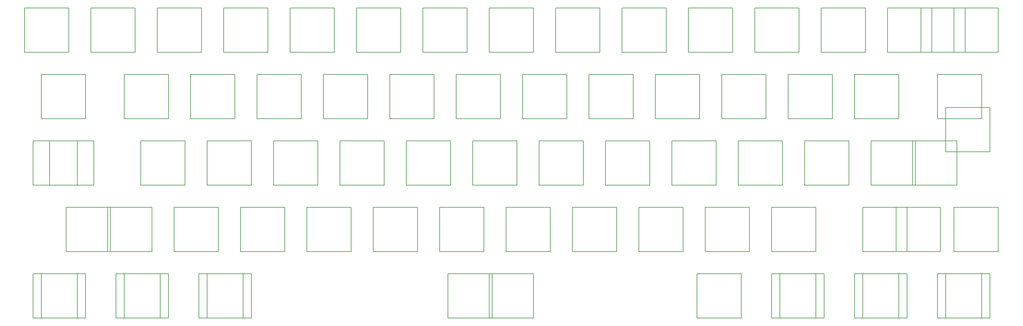
<source format=gbr>
%TF.GenerationSoftware,KiCad,Pcbnew,(6.0.7-1)-1*%
%TF.CreationDate,2022-08-16T17:16:20+02:00*%
%TF.ProjectId,plain60-flex-edition,706c6169-6e36-4302-9d66-6c65782d6564,rev?*%
%TF.SameCoordinates,Original*%
%TF.FileFunction,Other,Comment*%
%FSLAX46Y46*%
G04 Gerber Fmt 4.6, Leading zero omitted, Abs format (unit mm)*
G04 Created by KiCad (PCBNEW (6.0.7-1)-1) date 2022-08-16 17:16:20*
%MOMM*%
%LPD*%
G01*
G04 APERTURE LIST*
%ADD10C,0.152400*%
G04 APERTURE END LIST*
D10*
%TO.C,K14*%
X263525000Y-3175000D02*
X263525000Y-15875000D01*
X250825000Y-3175000D02*
X263525000Y-3175000D01*
X250825000Y-15875000D02*
X250825000Y-3175000D01*
X263525000Y-15875000D02*
X250825000Y-15875000D01*
%TO.C,K12*%
X212725000Y-15875000D02*
X212725000Y-3175000D01*
X225425000Y-15875000D02*
X212725000Y-15875000D01*
X225425000Y-3175000D02*
X225425000Y-15875000D01*
X212725000Y-3175000D02*
X225425000Y-3175000D01*
%TO.C,K19*%
X82550000Y-34925000D02*
X69850000Y-34925000D01*
X69850000Y-34925000D02*
X69850000Y-22225000D01*
X82550000Y-22225000D02*
X82550000Y-34925000D01*
X69850000Y-22225000D02*
X82550000Y-22225000D01*
%TO.C,K20*%
X101600000Y-34925000D02*
X88900000Y-34925000D01*
X88900000Y-34925000D02*
X88900000Y-22225000D01*
X88900000Y-22225000D02*
X101600000Y-22225000D01*
X101600000Y-22225000D02*
X101600000Y-34925000D01*
%TO.C,K23*%
X158750000Y-34925000D02*
X146050000Y-34925000D01*
X146050000Y-22225000D02*
X158750000Y-22225000D01*
X158750000Y-22225000D02*
X158750000Y-34925000D01*
X146050000Y-34925000D02*
X146050000Y-22225000D01*
%TO.C,K24*%
X177800000Y-34925000D02*
X165100000Y-34925000D01*
X177800000Y-22225000D02*
X177800000Y-34925000D01*
X165100000Y-34925000D02*
X165100000Y-22225000D01*
X165100000Y-22225000D02*
X177800000Y-22225000D01*
%TO.C,K17*%
X44450000Y-34925000D02*
X31750000Y-34925000D01*
X31750000Y-22225000D02*
X44450000Y-22225000D01*
X44450000Y-22225000D02*
X44450000Y-34925000D01*
X31750000Y-34925000D02*
X31750000Y-22225000D01*
%TO.C,K22*%
X127000000Y-22225000D02*
X139700000Y-22225000D01*
X139700000Y-34925000D02*
X127000000Y-34925000D01*
X139700000Y-22225000D02*
X139700000Y-34925000D01*
X127000000Y-34925000D02*
X127000000Y-22225000D01*
%TO.C,K21*%
X120650000Y-22225000D02*
X120650000Y-34925000D01*
X107950000Y-34925000D02*
X107950000Y-22225000D01*
X120650000Y-34925000D02*
X107950000Y-34925000D01*
X107950000Y-22225000D02*
X120650000Y-22225000D01*
%TO.C,K18*%
X50800000Y-34925000D02*
X50800000Y-22225000D01*
X50800000Y-22225000D02*
X63500000Y-22225000D01*
X63500000Y-22225000D02*
X63500000Y-34925000D01*
X63500000Y-34925000D02*
X50800000Y-34925000D01*
%TO.C,K16*%
X7937500Y-22225000D02*
X20637500Y-22225000D01*
X20637500Y-34925000D02*
X7937500Y-34925000D01*
X7937500Y-34925000D02*
X7937500Y-22225000D01*
X20637500Y-22225000D02*
X20637500Y-34925000D01*
%TO.C,K15*%
X260350000Y-15875000D02*
X260350000Y-3175000D01*
X273050000Y-3175000D02*
X273050000Y-15875000D01*
X260350000Y-3175000D02*
X273050000Y-3175000D01*
X273050000Y-15875000D02*
X260350000Y-15875000D01*
%TO.C,K8*%
X149225000Y-15875000D02*
X136525000Y-15875000D01*
X136525000Y-3175000D02*
X149225000Y-3175000D01*
X149225000Y-3175000D02*
X149225000Y-15875000D01*
X136525000Y-15875000D02*
X136525000Y-3175000D01*
%TO.C,K10*%
X174625000Y-15875000D02*
X174625000Y-3175000D01*
X187325000Y-15875000D02*
X174625000Y-15875000D01*
X174625000Y-3175000D02*
X187325000Y-3175000D01*
X187325000Y-3175000D02*
X187325000Y-15875000D01*
%TO.C,K5*%
X92075000Y-15875000D02*
X79375000Y-15875000D01*
X79375000Y-3175000D02*
X92075000Y-3175000D01*
X79375000Y-15875000D02*
X79375000Y-3175000D01*
X92075000Y-3175000D02*
X92075000Y-15875000D01*
%TO.C,K13*%
X244475000Y-15875000D02*
X231775000Y-15875000D01*
X231775000Y-3175000D02*
X244475000Y-3175000D01*
X231775000Y-15875000D02*
X231775000Y-3175000D01*
X244475000Y-3175000D02*
X244475000Y-15875000D01*
%TO.C,K11*%
X193675000Y-15875000D02*
X193675000Y-3175000D01*
X206375000Y-15875000D02*
X193675000Y-15875000D01*
X206375000Y-3175000D02*
X206375000Y-15875000D01*
X193675000Y-3175000D02*
X206375000Y-3175000D01*
%TO.C,K9*%
X168275000Y-3175000D02*
X168275000Y-15875000D01*
X155575000Y-15875000D02*
X155575000Y-3175000D01*
X155575000Y-3175000D02*
X168275000Y-3175000D01*
X168275000Y-15875000D02*
X155575000Y-15875000D01*
%TO.C,K7*%
X117475000Y-3175000D02*
X130175000Y-3175000D01*
X130175000Y-3175000D02*
X130175000Y-15875000D01*
X130175000Y-15875000D02*
X117475000Y-15875000D01*
X117475000Y-15875000D02*
X117475000Y-3175000D01*
%TO.C,K6*%
X98425000Y-15875000D02*
X98425000Y-3175000D01*
X98425000Y-3175000D02*
X111125000Y-3175000D01*
X111125000Y-3175000D02*
X111125000Y-15875000D01*
X111125000Y-15875000D02*
X98425000Y-15875000D01*
%TO.C,K4*%
X60325000Y-3175000D02*
X73025000Y-3175000D01*
X73025000Y-3175000D02*
X73025000Y-15875000D01*
X60325000Y-15875000D02*
X60325000Y-3175000D01*
X73025000Y-15875000D02*
X60325000Y-15875000D01*
%TO.C,K2*%
X34925000Y-3175000D02*
X34925000Y-15875000D01*
X22225000Y-15875000D02*
X22225000Y-3175000D01*
X22225000Y-3175000D02*
X34925000Y-3175000D01*
X34925000Y-15875000D02*
X22225000Y-15875000D01*
%TO.C,K1*%
X3175000Y-15875000D02*
X3175000Y-3175000D01*
X15875000Y-15875000D02*
X3175000Y-15875000D01*
X15875000Y-3175000D02*
X15875000Y-15875000D01*
X3175000Y-3175000D02*
X15875000Y-3175000D01*
%TO.C,K3*%
X53975000Y-3175000D02*
X53975000Y-15875000D01*
X41275000Y-3175000D02*
X53975000Y-3175000D01*
X53975000Y-15875000D02*
X41275000Y-15875000D01*
X41275000Y-15875000D02*
X41275000Y-3175000D01*
%TO.C,K62-1*%
X44450000Y-79375000D02*
X44450000Y-92075000D01*
X31750000Y-92075000D02*
X31750000Y-79375000D01*
X44450000Y-92075000D02*
X31750000Y-92075000D01*
X31750000Y-79375000D02*
X44450000Y-79375000D01*
%TO.C,K71*%
X196056250Y-79375000D02*
X208756250Y-79375000D01*
X208756250Y-92075000D02*
X196056250Y-92075000D01*
X208756250Y-79375000D02*
X208756250Y-92075000D01*
X196056250Y-92075000D02*
X196056250Y-79375000D01*
%TO.C,K53*%
X153987500Y-60325000D02*
X153987500Y-73025000D01*
X153987500Y-73025000D02*
X141287500Y-73025000D01*
X141287500Y-73025000D02*
X141287500Y-60325000D01*
X141287500Y-60325000D02*
X153987500Y-60325000D01*
%TO.C,K58-1*%
X243681460Y-73025056D02*
X243681460Y-60325056D01*
X243681460Y-60325056D02*
X256381460Y-60325056D01*
X256381460Y-60325056D02*
X256381460Y-73025056D01*
X256381460Y-73025056D02*
X243681460Y-73025056D01*
%TO.C,K57*%
X217487500Y-60325000D02*
X230187500Y-60325000D01*
X230187500Y-73025000D02*
X217487500Y-73025000D01*
X217487500Y-73025000D02*
X217487500Y-60325000D01*
X230187500Y-60325000D02*
X230187500Y-73025000D01*
%TO.C,K54*%
X173037500Y-73025000D02*
X160337500Y-73025000D01*
X173037500Y-60325000D02*
X173037500Y-73025000D01*
X160337500Y-73025000D02*
X160337500Y-60325000D01*
X160337500Y-60325000D02*
X173037500Y-60325000D01*
%TO.C,K56*%
X198437500Y-73025000D02*
X198437500Y-60325000D01*
X198437500Y-60325000D02*
X211137500Y-60325000D01*
X211137500Y-60325000D02*
X211137500Y-73025000D01*
X211137500Y-73025000D02*
X198437500Y-73025000D01*
%TO.C,K52*%
X134937500Y-60325000D02*
X134937500Y-73025000D01*
X134937500Y-73025000D02*
X122237500Y-73025000D01*
X122237500Y-60325000D02*
X134937500Y-60325000D01*
X122237500Y-73025000D02*
X122237500Y-60325000D01*
%TO.C,K55*%
X192087500Y-73025000D02*
X179387500Y-73025000D01*
X179387500Y-60325000D02*
X192087500Y-60325000D01*
X192087500Y-60325000D02*
X192087500Y-73025000D01*
X179387500Y-73025000D02*
X179387500Y-60325000D01*
%TO.C,K61-1*%
X20637500Y-92075000D02*
X7937500Y-92075000D01*
X7937500Y-79375000D02*
X20637500Y-79375000D01*
X7937500Y-92075000D02*
X7937500Y-79375000D01*
X20637500Y-79375000D02*
X20637500Y-92075000D01*
%TO.C,K15-1*%
X282575000Y-15875000D02*
X269875000Y-15875000D01*
X269875000Y-15875000D02*
X269875000Y-3175000D01*
X282575000Y-3175000D02*
X282575000Y-15875000D01*
X269875000Y-3175000D02*
X282575000Y-3175000D01*
%TO.C,K74*%
X280193750Y-92075072D02*
X267493750Y-92075072D01*
X267493750Y-92075072D02*
X267493750Y-79375072D01*
X267493750Y-79375072D02*
X280193750Y-79375072D01*
X280193750Y-79375072D02*
X280193750Y-92075072D01*
%TO.C,K73*%
X243681250Y-92075000D02*
X243681250Y-79375000D01*
X243681250Y-79375000D02*
X256381250Y-79375000D01*
X256381250Y-79375000D02*
X256381250Y-92075000D01*
X256381250Y-92075000D02*
X243681250Y-92075000D01*
%TO.C,K28*%
X254000000Y-22225000D02*
X254000000Y-34925000D01*
X241300000Y-34925000D02*
X241300000Y-22225000D01*
X254000000Y-34925000D02*
X241300000Y-34925000D01*
X241300000Y-22225000D02*
X254000000Y-22225000D01*
%TO.C,K48*%
X58737500Y-60325000D02*
X58737500Y-73025000D01*
X46037500Y-60325000D02*
X58737500Y-60325000D01*
X46037500Y-73025000D02*
X46037500Y-60325000D01*
X58737500Y-73025000D02*
X46037500Y-73025000D01*
%TO.C,K25*%
X196850000Y-34925000D02*
X184150000Y-34925000D01*
X184150000Y-34925000D02*
X184150000Y-22225000D01*
X184150000Y-22225000D02*
X196850000Y-22225000D01*
X196850000Y-22225000D02*
X196850000Y-34925000D01*
%TO.C,K36*%
X125412500Y-53975000D02*
X112712500Y-53975000D01*
X112712500Y-53975000D02*
X112712500Y-41275000D01*
X125412500Y-41275000D02*
X125412500Y-53975000D01*
X112712500Y-41275000D02*
X125412500Y-41275000D01*
%TO.C,K33*%
X55562500Y-53975000D02*
X55562500Y-41275000D01*
X55562500Y-41275000D02*
X68262500Y-41275000D01*
X68262500Y-53975000D02*
X55562500Y-53975000D01*
X68262500Y-41275000D02*
X68262500Y-53975000D01*
%TO.C,K63*%
X65881250Y-92075000D02*
X53181250Y-92075000D01*
X65881250Y-79375000D02*
X65881250Y-92075000D01*
X53181250Y-79375000D02*
X65881250Y-79375000D01*
X53181250Y-92075000D02*
X53181250Y-79375000D01*
%TO.C,K44*%
X257968750Y-41275000D02*
X270668750Y-41275000D01*
X270668750Y-53975000D02*
X257968750Y-53975000D01*
X257968750Y-53975000D02*
X257968750Y-41275000D01*
X270668750Y-41275000D02*
X270668750Y-53975000D01*
%TO.C,K72*%
X219868750Y-79375000D02*
X232568750Y-79375000D01*
X219868750Y-92075000D02*
X219868750Y-79375000D01*
X232568750Y-79375000D02*
X232568750Y-92075000D01*
X232568750Y-92075000D02*
X219868750Y-92075000D01*
%TO.C,K59*%
X282575000Y-73025000D02*
X269875000Y-73025000D01*
X282575000Y-60325000D02*
X282575000Y-73025000D01*
X269875000Y-60325000D02*
X282575000Y-60325000D01*
X269875000Y-73025000D02*
X269875000Y-60325000D01*
%TO.C,K39*%
X169862500Y-53975000D02*
X169862500Y-41275000D01*
X182562500Y-53975000D02*
X169862500Y-53975000D01*
X182562500Y-41275000D02*
X182562500Y-53975000D01*
X169862500Y-41275000D02*
X182562500Y-41275000D01*
%TO.C,K61*%
X18256250Y-79375000D02*
X18256250Y-92075000D01*
X18256250Y-92075000D02*
X5556250Y-92075000D01*
X5556250Y-92075000D02*
X5556250Y-79375000D01*
X5556250Y-79375000D02*
X18256250Y-79375000D01*
%TO.C,K29*%
X277812500Y-34925000D02*
X265112500Y-34925000D01*
X277812500Y-22225000D02*
X277812500Y-34925000D01*
X265112500Y-22225000D02*
X277812500Y-22225000D01*
X265112500Y-34925000D02*
X265112500Y-22225000D01*
%TO.C,K27*%
X222250000Y-34925000D02*
X222250000Y-22225000D01*
X234950000Y-34925000D02*
X222250000Y-34925000D01*
X234950000Y-22225000D02*
X234950000Y-34925000D01*
X222250000Y-22225000D02*
X234950000Y-22225000D01*
%TO.C,K63-1*%
X55562500Y-79375000D02*
X68262500Y-79375000D01*
X68262500Y-79375000D02*
X68262500Y-92075000D01*
X55562500Y-92075000D02*
X55562500Y-79375000D01*
X68262500Y-92075000D02*
X55562500Y-92075000D01*
%TO.C,K50*%
X96837500Y-60325000D02*
X96837500Y-73025000D01*
X96837500Y-73025000D02*
X84137500Y-73025000D01*
X84137500Y-73025000D02*
X84137500Y-60325000D01*
X84137500Y-60325000D02*
X96837500Y-60325000D01*
%TO.C,K34*%
X87312500Y-41275000D02*
X87312500Y-53975000D01*
X74612500Y-41275000D02*
X87312500Y-41275000D01*
X74612500Y-53975000D02*
X74612500Y-41275000D01*
X87312500Y-53975000D02*
X74612500Y-53975000D01*
%TO.C,K47*%
X26987500Y-60325000D02*
X39687500Y-60325000D01*
X39687500Y-60325000D02*
X39687500Y-73025000D01*
X39687500Y-73025000D02*
X26987500Y-73025000D01*
X26987500Y-73025000D02*
X26987500Y-60325000D01*
%TO.C,K43*%
X258762500Y-41275000D02*
X258762500Y-53975000D01*
X258762500Y-53975000D02*
X246062500Y-53975000D01*
X246062500Y-53975000D02*
X246062500Y-41275000D01*
X246062500Y-41275000D02*
X258762500Y-41275000D01*
%TO.C,K38*%
X150812500Y-53975000D02*
X150812500Y-41275000D01*
X163512500Y-41275000D02*
X163512500Y-53975000D01*
X163512500Y-53975000D02*
X150812500Y-53975000D01*
X150812500Y-41275000D02*
X163512500Y-41275000D01*
%TO.C,K35*%
X93662500Y-41275000D02*
X106362500Y-41275000D01*
X106362500Y-41275000D02*
X106362500Y-53975000D01*
X106362500Y-53975000D02*
X93662500Y-53975000D01*
X93662500Y-53975000D02*
X93662500Y-41275000D01*
%TO.C,K32*%
X10318750Y-53975000D02*
X10318750Y-41275000D01*
X10318750Y-41275000D02*
X23018750Y-41275000D01*
X23018750Y-41275000D02*
X23018750Y-53975000D01*
X23018750Y-53975000D02*
X10318750Y-53975000D01*
%TO.C,K40*%
X188912500Y-53975000D02*
X188912500Y-41275000D01*
X188912500Y-41275000D02*
X201612500Y-41275000D01*
X201612500Y-53975000D02*
X188912500Y-53975000D01*
X201612500Y-41275000D02*
X201612500Y-53975000D01*
%TO.C,K46*%
X27781250Y-60325000D02*
X27781250Y-73025000D01*
X15081250Y-73025000D02*
X15081250Y-60325000D01*
X15081250Y-60325000D02*
X27781250Y-60325000D01*
X27781250Y-73025000D02*
X15081250Y-73025000D01*
%TO.C,K42*%
X239712500Y-53975000D02*
X227012500Y-53975000D01*
X227012500Y-53975000D02*
X227012500Y-41275000D01*
X227012500Y-41275000D02*
X239712500Y-41275000D01*
X239712500Y-41275000D02*
X239712500Y-53975000D01*
%TO.C,K41*%
X220662500Y-41275000D02*
X220662500Y-53975000D01*
X207962500Y-53975000D02*
X207962500Y-41275000D01*
X220662500Y-53975000D02*
X207962500Y-53975000D01*
X207962500Y-41275000D02*
X220662500Y-41275000D01*
%TO.C,K26*%
X215900000Y-22225000D02*
X215900000Y-34925000D01*
X215900000Y-34925000D02*
X203200000Y-34925000D01*
X203200000Y-34925000D02*
X203200000Y-22225000D01*
X203200000Y-22225000D02*
X215900000Y-22225000D01*
%TO.C,K37*%
X131762500Y-41275000D02*
X144462500Y-41275000D01*
X144462500Y-41275000D02*
X144462500Y-53975000D01*
X144462500Y-53975000D02*
X131762500Y-53975000D01*
X131762500Y-53975000D02*
X131762500Y-41275000D01*
%TO.C,K51*%
X115887500Y-73025000D02*
X103187500Y-73025000D01*
X103187500Y-73025000D02*
X103187500Y-60325000D01*
X115887500Y-60325000D02*
X115887500Y-73025000D01*
X103187500Y-60325000D02*
X115887500Y-60325000D01*
%TO.C,K73-1*%
X254000000Y-92075000D02*
X241300000Y-92075000D01*
X254000000Y-79375000D02*
X254000000Y-92075000D01*
X241300000Y-92075000D02*
X241300000Y-79375000D01*
X241300000Y-79375000D02*
X254000000Y-79375000D01*
%TO.C,K62*%
X29368750Y-92075000D02*
X29368750Y-79375000D01*
X29368750Y-79375000D02*
X42068750Y-79375000D01*
X42068750Y-92075000D02*
X29368750Y-92075000D01*
X42068750Y-79375000D02*
X42068750Y-92075000D01*
%TO.C,K49*%
X77787500Y-73025000D02*
X65087500Y-73025000D01*
X65087500Y-60325000D02*
X77787500Y-60325000D01*
X65087500Y-73025000D02*
X65087500Y-60325000D01*
X77787500Y-60325000D02*
X77787500Y-73025000D01*
%TO.C,K72-1*%
X217487500Y-92075000D02*
X217487500Y-79375000D01*
X230187500Y-92075000D02*
X217487500Y-92075000D01*
X217487500Y-79375000D02*
X230187500Y-79375000D01*
X230187500Y-79375000D02*
X230187500Y-92075000D01*
%TO.C,K74-1*%
X277812728Y-92075072D02*
X265112728Y-92075072D01*
X265112728Y-92075072D02*
X265112728Y-79375072D01*
X277812728Y-79375072D02*
X277812728Y-92075072D01*
X265112728Y-79375072D02*
X277812728Y-79375072D01*
%TO.C,K58*%
X253206468Y-60325000D02*
X265906468Y-60325000D01*
X265906468Y-60325000D02*
X265906468Y-73025000D01*
X265906468Y-73025000D02*
X253206468Y-73025000D01*
X253206468Y-73025000D02*
X253206468Y-60325000D01*
%TO.C,K67*%
X124618750Y-79375000D02*
X137318750Y-79375000D01*
X137318750Y-92075000D02*
X124618750Y-92075000D01*
X124618750Y-92075000D02*
X124618750Y-79375000D01*
X137318750Y-79375000D02*
X137318750Y-92075000D01*
%TO.C,K67-1*%
X136525000Y-92075000D02*
X136525000Y-79375000D01*
X149225000Y-92075000D02*
X136525000Y-92075000D01*
X149225000Y-79375000D02*
X149225000Y-92075000D01*
X136525000Y-79375000D02*
X149225000Y-79375000D01*
%TO.C,K44-1*%
X280193980Y-44450000D02*
X267493980Y-44450000D01*
X267493980Y-44450000D02*
X267493980Y-31750000D01*
X267493980Y-31750000D02*
X280193980Y-31750000D01*
X280193980Y-31750000D02*
X280193980Y-44450000D01*
%TO.C,K31-1*%
X5556250Y-53975000D02*
X5556250Y-41275000D01*
X5556250Y-41275000D02*
X18256250Y-41275000D01*
X18256250Y-41275000D02*
X18256250Y-53975000D01*
X18256250Y-53975000D02*
X5556250Y-53975000D01*
%TO.C,K31*%
X49212500Y-41275000D02*
X49212500Y-53975000D01*
X36512500Y-53975000D02*
X36512500Y-41275000D01*
X49212500Y-53975000D02*
X36512500Y-53975000D01*
X36512500Y-41275000D02*
X49212500Y-41275000D01*
%TD*%
M02*

</source>
